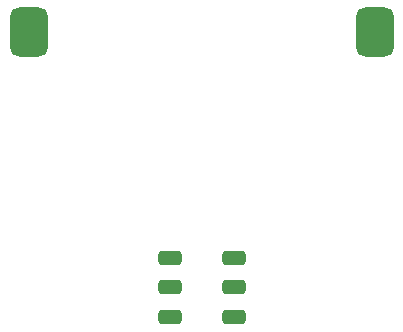
<source format=gbp>
%TF.GenerationSoftware,KiCad,Pcbnew,7.0.2-0*%
%TF.CreationDate,2024-07-21T16:06:54-04:00*%
%TF.ProjectId,Tree Ornanment 2024,54726565-204f-4726-9e61-6e6d656e7420,rev?*%
%TF.SameCoordinates,Original*%
%TF.FileFunction,Paste,Bot*%
%TF.FilePolarity,Positive*%
%FSLAX46Y46*%
G04 Gerber Fmt 4.6, Leading zero omitted, Abs format (unit mm)*
G04 Created by KiCad (PCBNEW 7.0.2-0) date 2024-07-21 16:06:54*
%MOMM*%
%LPD*%
G01*
G04 APERTURE LIST*
G04 Aperture macros list*
%AMRoundRect*
0 Rectangle with rounded corners*
0 $1 Rounding radius*
0 $2 $3 $4 $5 $6 $7 $8 $9 X,Y pos of 4 corners*
0 Add a 4 corners polygon primitive as box body*
4,1,4,$2,$3,$4,$5,$6,$7,$8,$9,$2,$3,0*
0 Add four circle primitives for the rounded corners*
1,1,$1+$1,$2,$3*
1,1,$1+$1,$4,$5*
1,1,$1+$1,$6,$7*
1,1,$1+$1,$8,$9*
0 Add four rect primitives between the rounded corners*
20,1,$1+$1,$2,$3,$4,$5,0*
20,1,$1+$1,$4,$5,$6,$7,0*
20,1,$1+$1,$6,$7,$8,$9,0*
20,1,$1+$1,$8,$9,$2,$3,0*%
G04 Aperture macros list end*
%ADD10RoundRect,0.300000X0.700000X-0.300000X0.700000X0.300000X-0.700000X0.300000X-0.700000X-0.300000X0*%
%ADD11RoundRect,0.800000X0.800000X1.300000X-0.800000X1.300000X-0.800000X-1.300000X0.800000X-1.300000X0*%
G04 APERTURE END LIST*
D10*
%TO.C,SW1*%
X142490000Y-138390000D03*
X142490000Y-135890000D03*
X142490000Y-133390000D03*
X136990000Y-138390000D03*
X136990000Y-135890000D03*
X136990000Y-133390000D03*
%TD*%
D11*
%TO.C,B1*%
X154350000Y-114300000D03*
X125050000Y-114300000D03*
%TD*%
M02*

</source>
